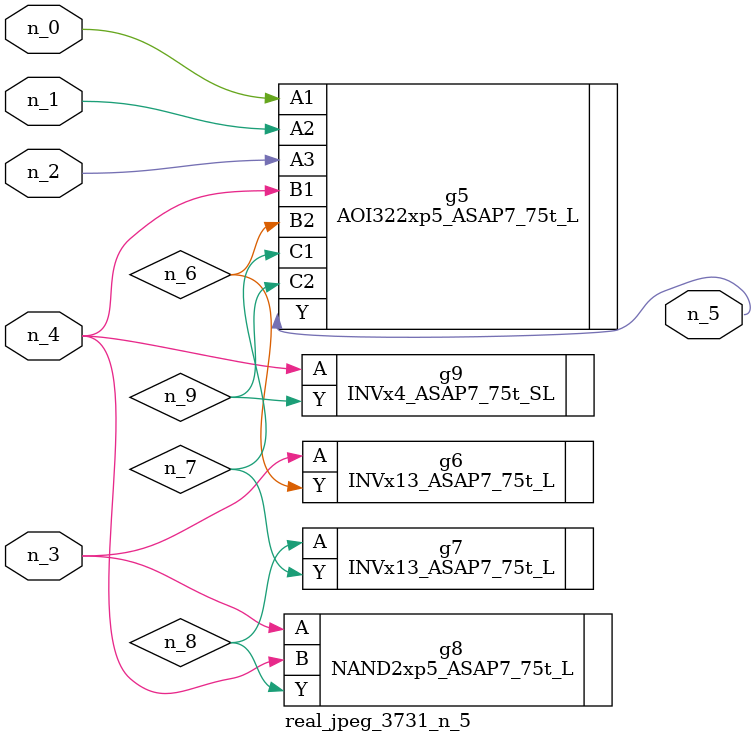
<source format=v>
module real_jpeg_3731_n_5 (n_4, n_0, n_1, n_2, n_3, n_5);

input n_4;
input n_0;
input n_1;
input n_2;
input n_3;

output n_5;

wire n_8;
wire n_6;
wire n_7;
wire n_9;

AOI322xp5_ASAP7_75t_L g5 ( 
.A1(n_0),
.A2(n_1),
.A3(n_2),
.B1(n_4),
.B2(n_6),
.C1(n_7),
.C2(n_9),
.Y(n_5)
);

INVx13_ASAP7_75t_L g6 ( 
.A(n_3),
.Y(n_6)
);

NAND2xp5_ASAP7_75t_L g8 ( 
.A(n_3),
.B(n_4),
.Y(n_8)
);

INVx4_ASAP7_75t_SL g9 ( 
.A(n_4),
.Y(n_9)
);

INVx13_ASAP7_75t_L g7 ( 
.A(n_8),
.Y(n_7)
);


endmodule
</source>
